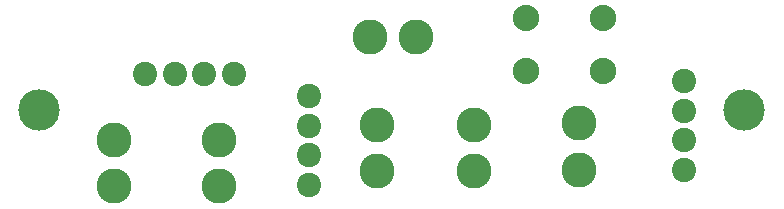
<source format=gbr>
G04 EAGLE Gerber RS-274X export*
G75*
%MOMM*%
%FSLAX34Y34*%
%LPD*%
%INSoldermask Bottom*%
%IPPOS*%
%AMOC8*
5,1,8,0,0,1.08239X$1,22.5*%
G01*
G04 Define Apertures*
%ADD10C,2.059200*%
%ADD11C,2.969200*%
%ADD12C,3.505200*%
%ADD13C,2.235200*%
D10*
X254000Y25400D03*
X254000Y50400D03*
X254000Y75400D03*
X254000Y100400D03*
D11*
X393700Y36690D03*
X393700Y76290D03*
X311684Y36690D03*
X311684Y76290D03*
D10*
X114900Y119177D03*
X139900Y119177D03*
X164900Y119177D03*
X189900Y119177D03*
D11*
X482600Y38100D03*
X482600Y77700D03*
X177800Y63590D03*
X177800Y23990D03*
X88900Y23990D03*
X88900Y63590D03*
D10*
X571500Y38100D03*
X571500Y63100D03*
X571500Y88100D03*
X571500Y113100D03*
D12*
X622300Y88900D03*
X25400Y88900D03*
D11*
X344551Y150661D03*
X304951Y150661D03*
D13*
X437388Y166880D03*
X502412Y166880D03*
X437388Y121668D03*
X502412Y121668D03*
M02*

</source>
